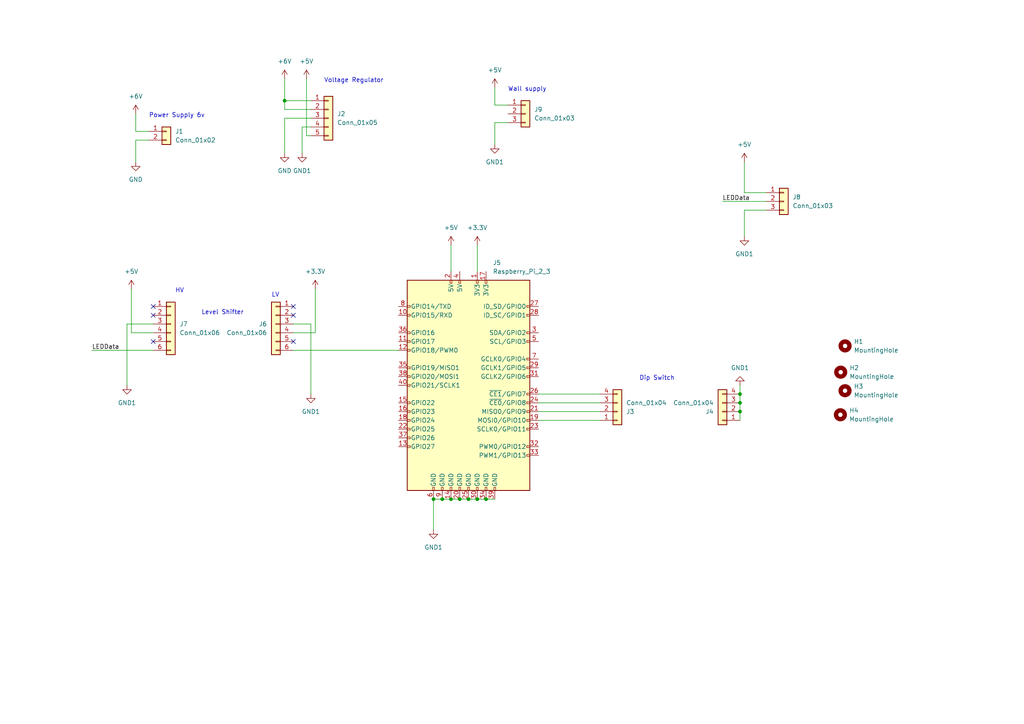
<source format=kicad_sch>
(kicad_sch (version 20230121) (generator eeschema)

  (uuid 93c39615-7248-4cd3-ae09-7251fbc9d47f)

  (paper "A4")

  (lib_symbols
    (symbol "Connector:Raspberry_Pi_2_3" (pin_names (offset 1.016)) (in_bom yes) (on_board yes)
      (property "Reference" "J" (at -17.78 31.75 0)
        (effects (font (size 1.27 1.27)) (justify left bottom))
      )
      (property "Value" "Raspberry_Pi_2_3" (at 10.16 -31.75 0)
        (effects (font (size 1.27 1.27)) (justify left top))
      )
      (property "Footprint" "" (at 0 0 0)
        (effects (font (size 1.27 1.27)) hide)
      )
      (property "Datasheet" "https://www.raspberrypi.org/documentation/hardware/raspberrypi/schematics/rpi_SCH_3bplus_1p0_reduced.pdf" (at 0 0 0)
        (effects (font (size 1.27 1.27)) hide)
      )
      (property "ki_keywords" "raspberrypi gpio" (at 0 0 0)
        (effects (font (size 1.27 1.27)) hide)
      )
      (property "ki_description" "expansion header for Raspberry Pi 2 & 3" (at 0 0 0)
        (effects (font (size 1.27 1.27)) hide)
      )
      (property "ki_fp_filters" "PinHeader*2x20*P2.54mm*Vertical* PinSocket*2x20*P2.54mm*Vertical*" (at 0 0 0)
        (effects (font (size 1.27 1.27)) hide)
      )
      (symbol "Raspberry_Pi_2_3_0_1"
        (rectangle (start -17.78 30.48) (end 17.78 -30.48)
          (stroke (width 0.254) (type default))
          (fill (type background))
        )
      )
      (symbol "Raspberry_Pi_2_3_1_1"
        (rectangle (start -16.891 -17.526) (end -17.78 -18.034)
          (stroke (width 0) (type default))
          (fill (type none))
        )
        (rectangle (start -16.891 -14.986) (end -17.78 -15.494)
          (stroke (width 0) (type default))
          (fill (type none))
        )
        (rectangle (start -16.891 -12.446) (end -17.78 -12.954)
          (stroke (width 0) (type default))
          (fill (type none))
        )
        (rectangle (start -16.891 -9.906) (end -17.78 -10.414)
          (stroke (width 0) (type default))
          (fill (type none))
        )
        (rectangle (start -16.891 -7.366) (end -17.78 -7.874)
          (stroke (width 0) (type default))
          (fill (type none))
        )
        (rectangle (start -16.891 -4.826) (end -17.78 -5.334)
          (stroke (width 0) (type default))
          (fill (type none))
        )
        (rectangle (start -16.891 0.254) (end -17.78 -0.254)
          (stroke (width 0) (type default))
          (fill (type none))
        )
        (rectangle (start -16.891 2.794) (end -17.78 2.286)
          (stroke (width 0) (type default))
          (fill (type none))
        )
        (rectangle (start -16.891 5.334) (end -17.78 4.826)
          (stroke (width 0) (type default))
          (fill (type none))
        )
        (rectangle (start -16.891 10.414) (end -17.78 9.906)
          (stroke (width 0) (type default))
          (fill (type none))
        )
        (rectangle (start -16.891 12.954) (end -17.78 12.446)
          (stroke (width 0) (type default))
          (fill (type none))
        )
        (rectangle (start -16.891 15.494) (end -17.78 14.986)
          (stroke (width 0) (type default))
          (fill (type none))
        )
        (rectangle (start -16.891 20.574) (end -17.78 20.066)
          (stroke (width 0) (type default))
          (fill (type none))
        )
        (rectangle (start -16.891 23.114) (end -17.78 22.606)
          (stroke (width 0) (type default))
          (fill (type none))
        )
        (rectangle (start -10.414 -29.591) (end -9.906 -30.48)
          (stroke (width 0) (type default))
          (fill (type none))
        )
        (rectangle (start -7.874 -29.591) (end -7.366 -30.48)
          (stroke (width 0) (type default))
          (fill (type none))
        )
        (rectangle (start -5.334 -29.591) (end -4.826 -30.48)
          (stroke (width 0) (type default))
          (fill (type none))
        )
        (rectangle (start -5.334 30.48) (end -4.826 29.591)
          (stroke (width 0) (type default))
          (fill (type none))
        )
        (rectangle (start -2.794 -29.591) (end -2.286 -30.48)
          (stroke (width 0) (type default))
          (fill (type none))
        )
        (rectangle (start -2.794 30.48) (end -2.286 29.591)
          (stroke (width 0) (type default))
          (fill (type none))
        )
        (rectangle (start -0.254 -29.591) (end 0.254 -30.48)
          (stroke (width 0) (type default))
          (fill (type none))
        )
        (rectangle (start 2.286 -29.591) (end 2.794 -30.48)
          (stroke (width 0) (type default))
          (fill (type none))
        )
        (rectangle (start 2.286 30.48) (end 2.794 29.591)
          (stroke (width 0) (type default))
          (fill (type none))
        )
        (rectangle (start 4.826 -29.591) (end 5.334 -30.48)
          (stroke (width 0) (type default))
          (fill (type none))
        )
        (rectangle (start 4.826 30.48) (end 5.334 29.591)
          (stroke (width 0) (type default))
          (fill (type none))
        )
        (rectangle (start 7.366 -29.591) (end 7.874 -30.48)
          (stroke (width 0) (type default))
          (fill (type none))
        )
        (rectangle (start 17.78 -20.066) (end 16.891 -20.574)
          (stroke (width 0) (type default))
          (fill (type none))
        )
        (rectangle (start 17.78 -17.526) (end 16.891 -18.034)
          (stroke (width 0) (type default))
          (fill (type none))
        )
        (rectangle (start 17.78 -12.446) (end 16.891 -12.954)
          (stroke (width 0) (type default))
          (fill (type none))
        )
        (rectangle (start 17.78 -9.906) (end 16.891 -10.414)
          (stroke (width 0) (type default))
          (fill (type none))
        )
        (rectangle (start 17.78 -7.366) (end 16.891 -7.874)
          (stroke (width 0) (type default))
          (fill (type none))
        )
        (rectangle (start 17.78 -4.826) (end 16.891 -5.334)
          (stroke (width 0) (type default))
          (fill (type none))
        )
        (rectangle (start 17.78 -2.286) (end 16.891 -2.794)
          (stroke (width 0) (type default))
          (fill (type none))
        )
        (rectangle (start 17.78 2.794) (end 16.891 2.286)
          (stroke (width 0) (type default))
          (fill (type none))
        )
        (rectangle (start 17.78 5.334) (end 16.891 4.826)
          (stroke (width 0) (type default))
          (fill (type none))
        )
        (rectangle (start 17.78 7.874) (end 16.891 7.366)
          (stroke (width 0) (type default))
          (fill (type none))
        )
        (rectangle (start 17.78 12.954) (end 16.891 12.446)
          (stroke (width 0) (type default))
          (fill (type none))
        )
        (rectangle (start 17.78 15.494) (end 16.891 14.986)
          (stroke (width 0) (type default))
          (fill (type none))
        )
        (rectangle (start 17.78 20.574) (end 16.891 20.066)
          (stroke (width 0) (type default))
          (fill (type none))
        )
        (rectangle (start 17.78 23.114) (end 16.891 22.606)
          (stroke (width 0) (type default))
          (fill (type none))
        )
        (pin power_in line (at 2.54 33.02 270) (length 2.54)
          (name "3V3" (effects (font (size 1.27 1.27))))
          (number "1" (effects (font (size 1.27 1.27))))
        )
        (pin bidirectional line (at -20.32 20.32 0) (length 2.54)
          (name "GPIO15/RXD" (effects (font (size 1.27 1.27))))
          (number "10" (effects (font (size 1.27 1.27))))
        )
        (pin bidirectional line (at -20.32 12.7 0) (length 2.54)
          (name "GPIO17" (effects (font (size 1.27 1.27))))
          (number "11" (effects (font (size 1.27 1.27))))
        )
        (pin bidirectional line (at -20.32 10.16 0) (length 2.54)
          (name "GPIO18/PWM0" (effects (font (size 1.27 1.27))))
          (number "12" (effects (font (size 1.27 1.27))))
        )
        (pin bidirectional line (at -20.32 -17.78 0) (length 2.54)
          (name "GPIO27" (effects (font (size 1.27 1.27))))
          (number "13" (effects (font (size 1.27 1.27))))
        )
        (pin power_in line (at -5.08 -33.02 90) (length 2.54)
          (name "GND" (effects (font (size 1.27 1.27))))
          (number "14" (effects (font (size 1.27 1.27))))
        )
        (pin bidirectional line (at -20.32 -5.08 0) (length 2.54)
          (name "GPIO22" (effects (font (size 1.27 1.27))))
          (number "15" (effects (font (size 1.27 1.27))))
        )
        (pin bidirectional line (at -20.32 -7.62 0) (length 2.54)
          (name "GPIO23" (effects (font (size 1.27 1.27))))
          (number "16" (effects (font (size 1.27 1.27))))
        )
        (pin power_in line (at 5.08 33.02 270) (length 2.54)
          (name "3V3" (effects (font (size 1.27 1.27))))
          (number "17" (effects (font (size 1.27 1.27))))
        )
        (pin bidirectional line (at -20.32 -10.16 0) (length 2.54)
          (name "GPIO24" (effects (font (size 1.27 1.27))))
          (number "18" (effects (font (size 1.27 1.27))))
        )
        (pin bidirectional line (at 20.32 -10.16 180) (length 2.54)
          (name "MOSI0/GPIO10" (effects (font (size 1.27 1.27))))
          (number "19" (effects (font (size 1.27 1.27))))
        )
        (pin power_in line (at -5.08 33.02 270) (length 2.54)
          (name "5V" (effects (font (size 1.27 1.27))))
          (number "2" (effects (font (size 1.27 1.27))))
        )
        (pin power_in line (at -2.54 -33.02 90) (length 2.54)
          (name "GND" (effects (font (size 1.27 1.27))))
          (number "20" (effects (font (size 1.27 1.27))))
        )
        (pin bidirectional line (at 20.32 -7.62 180) (length 2.54)
          (name "MISO0/GPIO9" (effects (font (size 1.27 1.27))))
          (number "21" (effects (font (size 1.27 1.27))))
        )
        (pin bidirectional line (at -20.32 -12.7 0) (length 2.54)
          (name "GPIO25" (effects (font (size 1.27 1.27))))
          (number "22" (effects (font (size 1.27 1.27))))
        )
        (pin bidirectional line (at 20.32 -12.7 180) (length 2.54)
          (name "SCLK0/GPIO11" (effects (font (size 1.27 1.27))))
          (number "23" (effects (font (size 1.27 1.27))))
        )
        (pin bidirectional line (at 20.32 -5.08 180) (length 2.54)
          (name "~{CE0}/GPIO8" (effects (font (size 1.27 1.27))))
          (number "24" (effects (font (size 1.27 1.27))))
        )
        (pin power_in line (at 0 -33.02 90) (length 2.54)
          (name "GND" (effects (font (size 1.27 1.27))))
          (number "25" (effects (font (size 1.27 1.27))))
        )
        (pin bidirectional line (at 20.32 -2.54 180) (length 2.54)
          (name "~{CE1}/GPIO7" (effects (font (size 1.27 1.27))))
          (number "26" (effects (font (size 1.27 1.27))))
        )
        (pin bidirectional line (at 20.32 22.86 180) (length 2.54)
          (name "ID_SD/GPIO0" (effects (font (size 1.27 1.27))))
          (number "27" (effects (font (size 1.27 1.27))))
        )
        (pin bidirectional line (at 20.32 20.32 180) (length 2.54)
          (name "ID_SC/GPIO1" (effects (font (size 1.27 1.27))))
          (number "28" (effects (font (size 1.27 1.27))))
        )
        (pin bidirectional line (at 20.32 5.08 180) (length 2.54)
          (name "GCLK1/GPIO5" (effects (font (size 1.27 1.27))))
          (number "29" (effects (font (size 1.27 1.27))))
        )
        (pin bidirectional line (at 20.32 15.24 180) (length 2.54)
          (name "SDA/GPIO2" (effects (font (size 1.27 1.27))))
          (number "3" (effects (font (size 1.27 1.27))))
        )
        (pin power_in line (at 2.54 -33.02 90) (length 2.54)
          (name "GND" (effects (font (size 1.27 1.27))))
          (number "30" (effects (font (size 1.27 1.27))))
        )
        (pin bidirectional line (at 20.32 2.54 180) (length 2.54)
          (name "GCLK2/GPIO6" (effects (font (size 1.27 1.27))))
          (number "31" (effects (font (size 1.27 1.27))))
        )
        (pin bidirectional line (at 20.32 -17.78 180) (length 2.54)
          (name "PWM0/GPIO12" (effects (font (size 1.27 1.27))))
          (number "32" (effects (font (size 1.27 1.27))))
        )
        (pin bidirectional line (at 20.32 -20.32 180) (length 2.54)
          (name "PWM1/GPIO13" (effects (font (size 1.27 1.27))))
          (number "33" (effects (font (size 1.27 1.27))))
        )
        (pin power_in line (at 5.08 -33.02 90) (length 2.54)
          (name "GND" (effects (font (size 1.27 1.27))))
          (number "34" (effects (font (size 1.27 1.27))))
        )
        (pin bidirectional line (at -20.32 5.08 0) (length 2.54)
          (name "GPIO19/MISO1" (effects (font (size 1.27 1.27))))
          (number "35" (effects (font (size 1.27 1.27))))
        )
        (pin bidirectional line (at -20.32 15.24 0) (length 2.54)
          (name "GPIO16" (effects (font (size 1.27 1.27))))
          (number "36" (effects (font (size 1.27 1.27))))
        )
        (pin bidirectional line (at -20.32 -15.24 0) (length 2.54)
          (name "GPIO26" (effects (font (size 1.27 1.27))))
          (number "37" (effects (font (size 1.27 1.27))))
        )
        (pin bidirectional line (at -20.32 2.54 0) (length 2.54)
          (name "GPIO20/MOSI1" (effects (font (size 1.27 1.27))))
          (number "38" (effects (font (size 1.27 1.27))))
        )
        (pin power_in line (at 7.62 -33.02 90) (length 2.54)
          (name "GND" (effects (font (size 1.27 1.27))))
          (number "39" (effects (font (size 1.27 1.27))))
        )
        (pin power_in line (at -2.54 33.02 270) (length 2.54)
          (name "5V" (effects (font (size 1.27 1.27))))
          (number "4" (effects (font (size 1.27 1.27))))
        )
        (pin bidirectional line (at -20.32 0 0) (length 2.54)
          (name "GPIO21/SCLK1" (effects (font (size 1.27 1.27))))
          (number "40" (effects (font (size 1.27 1.27))))
        )
        (pin bidirectional line (at 20.32 12.7 180) (length 2.54)
          (name "SCL/GPIO3" (effects (font (size 1.27 1.27))))
          (number "5" (effects (font (size 1.27 1.27))))
        )
        (pin power_in line (at -10.16 -33.02 90) (length 2.54)
          (name "GND" (effects (font (size 1.27 1.27))))
          (number "6" (effects (font (size 1.27 1.27))))
        )
        (pin bidirectional line (at 20.32 7.62 180) (length 2.54)
          (name "GCLK0/GPIO4" (effects (font (size 1.27 1.27))))
          (number "7" (effects (font (size 1.27 1.27))))
        )
        (pin bidirectional line (at -20.32 22.86 0) (length 2.54)
          (name "GPIO14/TXD" (effects (font (size 1.27 1.27))))
          (number "8" (effects (font (size 1.27 1.27))))
        )
        (pin power_in line (at -7.62 -33.02 90) (length 2.54)
          (name "GND" (effects (font (size 1.27 1.27))))
          (number "9" (effects (font (size 1.27 1.27))))
        )
      )
    )
    (symbol "Connector_Generic:Conn_01x02" (pin_names (offset 1.016) hide) (in_bom yes) (on_board yes)
      (property "Reference" "J" (at 0 2.54 0)
        (effects (font (size 1.27 1.27)))
      )
      (property "Value" "Conn_01x02" (at 0 -5.08 0)
        (effects (font (size 1.27 1.27)))
      )
      (property "Footprint" "" (at 0 0 0)
        (effects (font (size 1.27 1.27)) hide)
      )
      (property "Datasheet" "~" (at 0 0 0)
        (effects (font (size 1.27 1.27)) hide)
      )
      (property "ki_keywords" "connector" (at 0 0 0)
        (effects (font (size 1.27 1.27)) hide)
      )
      (property "ki_description" "Generic connector, single row, 01x02, script generated (kicad-library-utils/schlib/autogen/connector/)" (at 0 0 0)
        (effects (font (size 1.27 1.27)) hide)
      )
      (property "ki_fp_filters" "Connector*:*_1x??_*" (at 0 0 0)
        (effects (font (size 1.27 1.27)) hide)
      )
      (symbol "Conn_01x02_1_1"
        (rectangle (start -1.27 -2.413) (end 0 -2.667)
          (stroke (width 0.1524) (type default))
          (fill (type none))
        )
        (rectangle (start -1.27 0.127) (end 0 -0.127)
          (stroke (width 0.1524) (type default))
          (fill (type none))
        )
        (rectangle (start -1.27 1.27) (end 1.27 -3.81)
          (stroke (width 0.254) (type default))
          (fill (type background))
        )
        (pin passive line (at -5.08 0 0) (length 3.81)
          (name "Pin_1" (effects (font (size 1.27 1.27))))
          (number "1" (effects (font (size 1.27 1.27))))
        )
        (pin passive line (at -5.08 -2.54 0) (length 3.81)
          (name "Pin_2" (effects (font (size 1.27 1.27))))
          (number "2" (effects (font (size 1.27 1.27))))
        )
      )
    )
    (symbol "Connector_Generic:Conn_01x03" (pin_names (offset 1.016) hide) (in_bom yes) (on_board yes)
      (property "Reference" "J" (at 0 5.08 0)
        (effects (font (size 1.27 1.27)))
      )
      (property "Value" "Conn_01x03" (at 0 -5.08 0)
        (effects (font (size 1.27 1.27)))
      )
      (property "Footprint" "" (at 0 0 0)
        (effects (font (size 1.27 1.27)) hide)
      )
      (property "Datasheet" "~" (at 0 0 0)
        (effects (font (size 1.27 1.27)) hide)
      )
      (property "ki_keywords" "connector" (at 0 0 0)
        (effects (font (size 1.27 1.27)) hide)
      )
      (property "ki_description" "Generic connector, single row, 01x03, script generated (kicad-library-utils/schlib/autogen/connector/)" (at 0 0 0)
        (effects (font (size 1.27 1.27)) hide)
      )
      (property "ki_fp_filters" "Connector*:*_1x??_*" (at 0 0 0)
        (effects (font (size 1.27 1.27)) hide)
      )
      (symbol "Conn_01x03_1_1"
        (rectangle (start -1.27 -2.413) (end 0 -2.667)
          (stroke (width 0.1524) (type default))
          (fill (type none))
        )
        (rectangle (start -1.27 0.127) (end 0 -0.127)
          (stroke (width 0.1524) (type default))
          (fill (type none))
        )
        (rectangle (start -1.27 2.667) (end 0 2.413)
          (stroke (width 0.1524) (type default))
          (fill (type none))
        )
        (rectangle (start -1.27 3.81) (end 1.27 -3.81)
          (stroke (width 0.254) (type default))
          (fill (type background))
        )
        (pin passive line (at -5.08 2.54 0) (length 3.81)
          (name "Pin_1" (effects (font (size 1.27 1.27))))
          (number "1" (effects (font (size 1.27 1.27))))
        )
        (pin passive line (at -5.08 0 0) (length 3.81)
          (name "Pin_2" (effects (font (size 1.27 1.27))))
          (number "2" (effects (font (size 1.27 1.27))))
        )
        (pin passive line (at -5.08 -2.54 0) (length 3.81)
          (name "Pin_3" (effects (font (size 1.27 1.27))))
          (number "3" (effects (font (size 1.27 1.27))))
        )
      )
    )
    (symbol "Connector_Generic:Conn_01x04" (pin_names (offset 1.016) hide) (in_bom yes) (on_board yes)
      (property "Reference" "J" (at 0 5.08 0)
        (effects (font (size 1.27 1.27)))
      )
      (property "Value" "Conn_01x04" (at 0 -7.62 0)
        (effects (font (size 1.27 1.27)))
      )
      (property "Footprint" "" (at 0 0 0)
        (effects (font (size 1.27 1.27)) hide)
      )
      (property "Datasheet" "~" (at 0 0 0)
        (effects (font (size 1.27 1.27)) hide)
      )
      (property "ki_keywords" "connector" (at 0 0 0)
        (effects (font (size 1.27 1.27)) hide)
      )
      (property "ki_description" "Generic connector, single row, 01x04, script generated (kicad-library-utils/schlib/autogen/connector/)" (at 0 0 0)
        (effects (font (size 1.27 1.27)) hide)
      )
      (property "ki_fp_filters" "Connector*:*_1x??_*" (at 0 0 0)
        (effects (font (size 1.27 1.27)) hide)
      )
      (symbol "Conn_01x04_1_1"
        (rectangle (start -1.27 -4.953) (end 0 -5.207)
          (stroke (width 0.1524) (type default))
          (fill (type none))
        )
        (rectangle (start -1.27 -2.413) (end 0 -2.667)
          (stroke (width 0.1524) (type default))
          (fill (type none))
        )
        (rectangle (start -1.27 0.127) (end 0 -0.127)
          (stroke (width 0.1524) (type default))
          (fill (type none))
        )
        (rectangle (start -1.27 2.667) (end 0 2.413)
          (stroke (width 0.1524) (type default))
          (fill (type none))
        )
        (rectangle (start -1.27 3.81) (end 1.27 -6.35)
          (stroke (width 0.254) (type default))
          (fill (type background))
        )
        (pin passive line (at -5.08 2.54 0) (length 3.81)
          (name "Pin_1" (effects (font (size 1.27 1.27))))
          (number "1" (effects (font (size 1.27 1.27))))
        )
        (pin passive line (at -5.08 0 0) (length 3.81)
          (name "Pin_2" (effects (font (size 1.27 1.27))))
          (number "2" (effects (font (size 1.27 1.27))))
        )
        (pin passive line (at -5.08 -2.54 0) (length 3.81)
          (name "Pin_3" (effects (font (size 1.27 1.27))))
          (number "3" (effects (font (size 1.27 1.27))))
        )
        (pin passive line (at -5.08 -5.08 0) (length 3.81)
          (name "Pin_4" (effects (font (size 1.27 1.27))))
          (number "4" (effects (font (size 1.27 1.27))))
        )
      )
    )
    (symbol "Connector_Generic:Conn_01x05" (pin_names (offset 1.016) hide) (in_bom yes) (on_board yes)
      (property "Reference" "J" (at 0 7.62 0)
        (effects (font (size 1.27 1.27)))
      )
      (property "Value" "Conn_01x05" (at 0 -7.62 0)
        (effects (font (size 1.27 1.27)))
      )
      (property "Footprint" "" (at 0 0 0)
        (effects (font (size 1.27 1.27)) hide)
      )
      (property "Datasheet" "~" (at 0 0 0)
        (effects (font (size 1.27 1.27)) hide)
      )
      (property "ki_keywords" "connector" (at 0 0 0)
        (effects (font (size 1.27 1.27)) hide)
      )
      (property "ki_description" "Generic connector, single row, 01x05, script generated (kicad-library-utils/schlib/autogen/connector/)" (at 0 0 0)
        (effects (font (size 1.27 1.27)) hide)
      )
      (property "ki_fp_filters" "Connector*:*_1x??_*" (at 0 0 0)
        (effects (font (size 1.27 1.27)) hide)
      )
      (symbol "Conn_01x05_1_1"
        (rectangle (start -1.27 -4.953) (end 0 -5.207)
          (stroke (width 0.1524) (type default))
          (fill (type none))
        )
        (rectangle (start -1.27 -2.413) (end 0 -2.667)
          (stroke (width 0.1524) (type default))
          (fill (type none))
        )
        (rectangle (start -1.27 0.127) (end 0 -0.127)
          (stroke (width 0.1524) (type default))
          (fill (type none))
        )
        (rectangle (start -1.27 2.667) (end 0 2.413)
          (stroke (width 0.1524) (type default))
          (fill (type none))
        )
        (rectangle (start -1.27 5.207) (end 0 4.953)
          (stroke (width 0.1524) (type default))
          (fill (type none))
        )
        (rectangle (start -1.27 6.35) (end 1.27 -6.35)
          (stroke (width 0.254) (type default))
          (fill (type background))
        )
        (pin passive line (at -5.08 5.08 0) (length 3.81)
          (name "Pin_1" (effects (font (size 1.27 1.27))))
          (number "1" (effects (font (size 1.27 1.27))))
        )
        (pin passive line (at -5.08 2.54 0) (length 3.81)
          (name "Pin_2" (effects (font (size 1.27 1.27))))
          (number "2" (effects (font (size 1.27 1.27))))
        )
        (pin passive line (at -5.08 0 0) (length 3.81)
          (name "Pin_3" (effects (font (size 1.27 1.27))))
          (number "3" (effects (font (size 1.27 1.27))))
        )
        (pin passive line (at -5.08 -2.54 0) (length 3.81)
          (name "Pin_4" (effects (font (size 1.27 1.27))))
          (number "4" (effects (font (size 1.27 1.27))))
        )
        (pin passive line (at -5.08 -5.08 0) (length 3.81)
          (name "Pin_5" (effects (font (size 1.27 1.27))))
          (number "5" (effects (font (size 1.27 1.27))))
        )
      )
    )
    (symbol "Connector_Generic:Conn_01x06" (pin_names (offset 1.016) hide) (in_bom yes) (on_board yes)
      (property "Reference" "J" (at 0 7.62 0)
        (effects (font (size 1.27 1.27)))
      )
      (property "Value" "Conn_01x06" (at 0 -10.16 0)
        (effects (font (size 1.27 1.27)))
      )
      (property "Footprint" "" (at 0 0 0)
        (effects (font (size 1.27 1.27)) hide)
      )
      (property "Datasheet" "~" (at 0 0 0)
        (effects (font (size 1.27 1.27)) hide)
      )
      (property "ki_keywords" "connector" (at 0 0 0)
        (effects (font (size 1.27 1.27)) hide)
      )
      (property "ki_description" "Generic connector, single row, 01x06, script generated (kicad-library-utils/schlib/autogen/connector/)" (at 0 0 0)
        (effects (font (size 1.27 1.27)) hide)
      )
      (property "ki_fp_filters" "Connector*:*_1x??_*" (at 0 0 0)
        (effects (font (size 1.27 1.27)) hide)
      )
      (symbol "Conn_01x06_1_1"
        (rectangle (start -1.27 -7.493) (end 0 -7.747)
          (stroke (width 0.1524) (type default))
          (fill (type none))
        )
        (rectangle (start -1.27 -4.953) (end 0 -5.207)
          (stroke (width 0.1524) (type default))
          (fill (type none))
        )
        (rectangle (start -1.27 -2.413) (end 0 -2.667)
          (stroke (width 0.1524) (type default))
          (fill (type none))
        )
        (rectangle (start -1.27 0.127) (end 0 -0.127)
          (stroke (width 0.1524) (type default))
          (fill (type none))
        )
        (rectangle (start -1.27 2.667) (end 0 2.413)
          (stroke (width 0.1524) (type default))
          (fill (type none))
        )
        (rectangle (start -1.27 5.207) (end 0 4.953)
          (stroke (width 0.1524) (type default))
          (fill (type none))
        )
        (rectangle (start -1.27 6.35) (end 1.27 -8.89)
          (stroke (width 0.254) (type default))
          (fill (type background))
        )
        (pin passive line (at -5.08 5.08 0) (length 3.81)
          (name "Pin_1" (effects (font (size 1.27 1.27))))
          (number "1" (effects (font (size 1.27 1.27))))
        )
        (pin passive line (at -5.08 2.54 0) (length 3.81)
          (name "Pin_2" (effects (font (size 1.27 1.27))))
          (number "2" (effects (font (size 1.27 1.27))))
        )
        (pin passive line (at -5.08 0 0) (length 3.81)
          (name "Pin_3" (effects (font (size 1.27 1.27))))
          (number "3" (effects (font (size 1.27 1.27))))
        )
        (pin passive line (at -5.08 -2.54 0) (length 3.81)
          (name "Pin_4" (effects (font (size 1.27 1.27))))
          (number "4" (effects (font (size 1.27 1.27))))
        )
        (pin passive line (at -5.08 -5.08 0) (length 3.81)
          (name "Pin_5" (effects (font (size 1.27 1.27))))
          (number "5" (effects (font (size 1.27 1.27))))
        )
        (pin passive line (at -5.08 -7.62 0) (length 3.81)
          (name "Pin_6" (effects (font (size 1.27 1.27))))
          (number "6" (effects (font (size 1.27 1.27))))
        )
      )
    )
    (symbol "Mechanical:MountingHole" (pin_names (offset 1.016)) (in_bom yes) (on_board yes)
      (property "Reference" "H" (at 0 5.08 0)
        (effects (font (size 1.27 1.27)))
      )
      (property "Value" "MountingHole" (at 0 3.175 0)
        (effects (font (size 1.27 1.27)))
      )
      (property "Footprint" "" (at 0 0 0)
        (effects (font (size 1.27 1.27)) hide)
      )
      (property "Datasheet" "~" (at 0 0 0)
        (effects (font (size 1.27 1.27)) hide)
      )
      (property "ki_keywords" "mounting hole" (at 0 0 0)
        (effects (font (size 1.27 1.27)) hide)
      )
      (property "ki_description" "Mounting Hole without connection" (at 0 0 0)
        (effects (font (size 1.27 1.27)) hide)
      )
      (property "ki_fp_filters" "MountingHole*" (at 0 0 0)
        (effects (font (size 1.27 1.27)) hide)
      )
      (symbol "MountingHole_0_1"
        (circle (center 0 0) (radius 1.27)
          (stroke (width 1.27) (type default))
          (fill (type none))
        )
      )
    )
    (symbol "power:+3.3V" (power) (pin_names (offset 0)) (in_bom yes) (on_board yes)
      (property "Reference" "#PWR" (at 0 -3.81 0)
        (effects (font (size 1.27 1.27)) hide)
      )
      (property "Value" "+3.3V" (at 0 3.556 0)
        (effects (font (size 1.27 1.27)))
      )
      (property "Footprint" "" (at 0 0 0)
        (effects (font (size 1.27 1.27)) hide)
      )
      (property "Datasheet" "" (at 0 0 0)
        (effects (font (size 1.27 1.27)) hide)
      )
      (property "ki_keywords" "global power" (at 0 0 0)
        (effects (font (size 1.27 1.27)) hide)
      )
      (property "ki_description" "Power symbol creates a global label with name \"+3.3V\"" (at 0 0 0)
        (effects (font (size 1.27 1.27)) hide)
      )
      (symbol "+3.3V_0_1"
        (polyline
          (pts
            (xy -0.762 1.27)
            (xy 0 2.54)
          )
          (stroke (width 0) (type default))
          (fill (type none))
        )
        (polyline
          (pts
            (xy 0 0)
            (xy 0 2.54)
          )
          (stroke (width 0) (type default))
          (fill (type none))
        )
        (polyline
          (pts
            (xy 0 2.54)
            (xy 0.762 1.27)
          )
          (stroke (width 0) (type default))
          (fill (type none))
        )
      )
      (symbol "+3.3V_1_1"
        (pin power_in line (at 0 0 90) (length 0) hide
          (name "+3.3V" (effects (font (size 1.27 1.27))))
          (number "1" (effects (font (size 1.27 1.27))))
        )
      )
    )
    (symbol "power:+5V" (power) (pin_names (offset 0)) (in_bom yes) (on_board yes)
      (property "Reference" "#PWR" (at 0 -3.81 0)
        (effects (font (size 1.27 1.27)) hide)
      )
      (property "Value" "+5V" (at 0 3.556 0)
        (effects (font (size 1.27 1.27)))
      )
      (property "Footprint" "" (at 0 0 0)
        (effects (font (size 1.27 1.27)) hide)
      )
      (property "Datasheet" "" (at 0 0 0)
        (effects (font (size 1.27 1.27)) hide)
      )
      (property "ki_keywords" "global power" (at 0 0 0)
        (effects (font (size 1.27 1.27)) hide)
      )
      (property "ki_description" "Power symbol creates a global label with name \"+5V\"" (at 0 0 0)
        (effects (font (size 1.27 1.27)) hide)
      )
      (symbol "+5V_0_1"
        (polyline
          (pts
            (xy -0.762 1.27)
            (xy 0 2.54)
          )
          (stroke (width 0) (type default))
          (fill (type none))
        )
        (polyline
          (pts
            (xy 0 0)
            (xy 0 2.54)
          )
          (stroke (width 0) (type default))
          (fill (type none))
        )
        (polyline
          (pts
            (xy 0 2.54)
            (xy 0.762 1.27)
          )
          (stroke (width 0) (type default))
          (fill (type none))
        )
      )
      (symbol "+5V_1_1"
        (pin power_in line (at 0 0 90) (length 0) hide
          (name "+5V" (effects (font (size 1.27 1.27))))
          (number "1" (effects (font (size 1.27 1.27))))
        )
      )
    )
    (symbol "power:+6V" (power) (pin_names (offset 0)) (in_bom yes) (on_board yes)
      (property "Reference" "#PWR" (at 0 -3.81 0)
        (effects (font (size 1.27 1.27)) hide)
      )
      (property "Value" "+6V" (at 0 3.556 0)
        (effects (font (size 1.27 1.27)))
      )
      (property "Footprint" "" (at 0 0 0)
        (effects (font (size 1.27 1.27)) hide)
      )
      (property "Datasheet" "" (at 0 0 0)
        (effects (font (size 1.27 1.27)) hide)
      )
      (property "ki_keywords" "global power" (at 0 0 0)
        (effects (font (size 1.27 1.27)) hide)
      )
      (property "ki_description" "Power symbol creates a global label with name \"+6V\"" (at 0 0 0)
        (effects (font (size 1.27 1.27)) hide)
      )
      (symbol "+6V_0_1"
        (polyline
          (pts
            (xy -0.762 1.27)
            (xy 0 2.54)
          )
          (stroke (width 0) (type default))
          (fill (type none))
        )
        (polyline
          (pts
            (xy 0 0)
            (xy 0 2.54)
          )
          (stroke (width 0) (type default))
          (fill (type none))
        )
        (polyline
          (pts
            (xy 0 2.54)
            (xy 0.762 1.27)
          )
          (stroke (width 0) (type default))
          (fill (type none))
        )
      )
      (symbol "+6V_1_1"
        (pin power_in line (at 0 0 90) (length 0) hide
          (name "+6V" (effects (font (size 1.27 1.27))))
          (number "1" (effects (font (size 1.27 1.27))))
        )
      )
    )
    (symbol "power:GND" (power) (pin_names (offset 0)) (in_bom yes) (on_board yes)
      (property "Reference" "#PWR" (at 0 -6.35 0)
        (effects (font (size 1.27 1.27)) hide)
      )
      (property "Value" "GND" (at 0 -3.81 0)
        (effects (font (size 1.27 1.27)))
      )
      (property "Footprint" "" (at 0 0 0)
        (effects (font (size 1.27 1.27)) hide)
      )
      (property "Datasheet" "" (at 0 0 0)
        (effects (font (size 1.27 1.27)) hide)
      )
      (property "ki_keywords" "global power" (at 0 0 0)
        (effects (font (size 1.27 1.27)) hide)
      )
      (property "ki_description" "Power symbol creates a global label with name \"GND\" , ground" (at 0 0 0)
        (effects (font (size 1.27 1.27)) hide)
      )
      (symbol "GND_0_1"
        (polyline
          (pts
            (xy 0 0)
            (xy 0 -1.27)
            (xy 1.27 -1.27)
            (xy 0 -2.54)
            (xy -1.27 -1.27)
            (xy 0 -1.27)
          )
          (stroke (width 0) (type default))
          (fill (type none))
        )
      )
      (symbol "GND_1_1"
        (pin power_in line (at 0 0 270) (length 0) hide
          (name "GND" (effects (font (size 1.27 1.27))))
          (number "1" (effects (font (size 1.27 1.27))))
        )
      )
    )
    (symbol "power:GND1" (power) (pin_names (offset 0)) (in_bom yes) (on_board yes)
      (property "Reference" "#PWR" (at 0 -6.35 0)
        (effects (font (size 1.27 1.27)) hide)
      )
      (property "Value" "GND1" (at 0 -3.81 0)
        (effects (font (size 1.27 1.27)))
      )
      (property "Footprint" "" (at 0 0 0)
        (effects (font (size 1.27 1.27)) hide)
      )
      (property "Datasheet" "" (at 0 0 0)
        (effects (font (size 1.27 1.27)) hide)
      )
      (property "ki_keywords" "global power" (at 0 0 0)
        (effects (font (size 1.27 1.27)) hide)
      )
      (property "ki_description" "Power symbol creates a global label with name \"GND1\" , ground" (at 0 0 0)
        (effects (font (size 1.27 1.27)) hide)
      )
      (symbol "GND1_0_1"
        (polyline
          (pts
            (xy 0 0)
            (xy 0 -1.27)
            (xy 1.27 -1.27)
            (xy 0 -2.54)
            (xy -1.27 -1.27)
            (xy 0 -1.27)
          )
          (stroke (width 0) (type default))
          (fill (type none))
        )
      )
      (symbol "GND1_1_1"
        (pin power_in line (at 0 0 270) (length 0) hide
          (name "GND1" (effects (font (size 1.27 1.27))))
          (number "1" (effects (font (size 1.27 1.27))))
        )
      )
    )
  )

  (junction (at 140.97 144.78) (diameter 0) (color 0 0 0 0)
    (uuid 06e506fa-d6e8-4ad4-b71c-2e2cf776b2c5)
  )
  (junction (at 214.63 119.38) (diameter 0) (color 0 0 0 0)
    (uuid 33537ffb-b3dc-4497-ad09-cdcfa316cc35)
  )
  (junction (at 133.35 144.78) (diameter 0) (color 0 0 0 0)
    (uuid 518b7295-4a37-47fa-be35-9191ae7b0c83)
  )
  (junction (at 82.55 29.21) (diameter 0) (color 0 0 0 0)
    (uuid 51addacc-f6bb-49c2-8a95-c0357d26ebcb)
  )
  (junction (at 135.89 144.78) (diameter 0) (color 0 0 0 0)
    (uuid 53e2837b-5ebc-4971-a563-81de38f05009)
  )
  (junction (at 214.63 116.84) (diameter 0) (color 0 0 0 0)
    (uuid 9f2bf428-0d30-4848-b1cb-bfcb5cc16217)
  )
  (junction (at 138.43 144.78) (diameter 0) (color 0 0 0 0)
    (uuid b80b647b-e3cd-4a3d-95ee-d3a188908743)
  )
  (junction (at 130.81 144.78) (diameter 0) (color 0 0 0 0)
    (uuid be4339ce-e303-4ece-b56b-7ca5dd8e1d39)
  )
  (junction (at 214.63 114.3) (diameter 0) (color 0 0 0 0)
    (uuid f3fa7f42-d1b7-43d2-be21-d46f33de5a74)
  )
  (junction (at 128.27 144.78) (diameter 0) (color 0 0 0 0)
    (uuid faa52f2f-036f-49bf-be6a-fc94341f9f52)
  )
  (junction (at 125.73 144.78) (diameter 0) (color 0 0 0 0)
    (uuid fad4dd60-f858-49f5-8fb9-ef2faad42cb5)
  )

  (no_connect (at 85.09 88.9) (uuid 088d18b2-c059-4e1b-981c-7218abfff57b))
  (no_connect (at 44.45 99.06) (uuid 24d8b60c-785e-432a-ab48-24b6cac3ff83))
  (no_connect (at 85.09 91.44) (uuid 27a65ca6-22e3-4db6-8da7-807982b87294))
  (no_connect (at 44.45 91.44) (uuid 397be130-3806-4690-955c-fe01c1053680))
  (no_connect (at 44.45 88.9) (uuid 7a72ec4f-f096-4e13-a3b6-8ba3ac400ba8))
  (no_connect (at 85.09 99.06) (uuid d4440843-e3ba-4ab1-8585-ce42a7d2ae6b))

  (wire (pts (xy 26.67 101.6) (xy 44.45 101.6))
    (stroke (width 0) (type default))
    (uuid 0912d165-adcf-466f-97af-ab7b21b33bbe)
  )
  (wire (pts (xy 39.37 38.1) (xy 43.18 38.1))
    (stroke (width 0) (type default))
    (uuid 0bb28982-0493-4025-a546-9d929b583e0a)
  )
  (wire (pts (xy 214.63 116.84) (xy 214.63 119.38))
    (stroke (width 0) (type default))
    (uuid 0ce9b8cd-41d0-470a-8301-a63216ccb071)
  )
  (wire (pts (xy 214.63 111.76) (xy 214.63 114.3))
    (stroke (width 0) (type default))
    (uuid 0cf5eb63-9ce8-4395-b742-2c5e489ba7fc)
  )
  (wire (pts (xy 87.63 36.83) (xy 87.63 44.45))
    (stroke (width 0) (type default))
    (uuid 121a38b7-9d2d-4b20-a648-ff3d3a979b44)
  )
  (wire (pts (xy 90.17 34.29) (xy 82.55 34.29))
    (stroke (width 0) (type default))
    (uuid 16f423dd-30d9-434e-ba09-fd22c3e8be8c)
  )
  (wire (pts (xy 128.27 144.78) (xy 130.81 144.78))
    (stroke (width 0) (type default))
    (uuid 18802c5a-a8c7-4246-a7bf-c89c0f24e81f)
  )
  (wire (pts (xy 156.21 121.92) (xy 173.99 121.92))
    (stroke (width 0) (type default))
    (uuid 2b564f99-342d-4d2a-a56c-5ca624dd1176)
  )
  (wire (pts (xy 215.9 60.96) (xy 215.9 68.58))
    (stroke (width 0) (type default))
    (uuid 30448938-2820-4425-8691-48df59e322eb)
  )
  (wire (pts (xy 156.21 119.38) (xy 173.99 119.38))
    (stroke (width 0) (type default))
    (uuid 33844ebc-cd3a-4240-99ca-9b92712c5dc5)
  )
  (wire (pts (xy 214.63 114.3) (xy 214.63 116.84))
    (stroke (width 0) (type default))
    (uuid 41880551-189e-43e0-950e-b0554981d097)
  )
  (wire (pts (xy 156.21 114.3) (xy 173.99 114.3))
    (stroke (width 0) (type default))
    (uuid 4810fef0-05a7-45db-a721-03afc7b792bf)
  )
  (wire (pts (xy 90.17 93.98) (xy 85.09 93.98))
    (stroke (width 0) (type default))
    (uuid 4d1ab30b-3171-4b73-b23a-1b3a1c8f7bf8)
  )
  (wire (pts (xy 215.9 55.88) (xy 215.9 46.99))
    (stroke (width 0) (type default))
    (uuid 510d9a60-4d7d-4bb2-bc35-41c7a50ae669)
  )
  (wire (pts (xy 90.17 29.21) (xy 82.55 29.21))
    (stroke (width 0) (type default))
    (uuid 52a45d41-cea4-4483-9bf4-fe27bf9a53d3)
  )
  (wire (pts (xy 39.37 33.02) (xy 39.37 38.1))
    (stroke (width 0) (type default))
    (uuid 5a5420f5-c75e-48a3-95e9-2575a69742af)
  )
  (wire (pts (xy 214.63 119.38) (xy 214.63 121.92))
    (stroke (width 0) (type default))
    (uuid 5ceb18c8-c069-4f7d-abd2-d5a40f0e5de8)
  )
  (wire (pts (xy 82.55 29.21) (xy 82.55 31.75))
    (stroke (width 0) (type default))
    (uuid 6576542a-d2a6-4c43-b6c7-295ba59d1243)
  )
  (wire (pts (xy 125.73 144.78) (xy 125.73 153.67))
    (stroke (width 0) (type default))
    (uuid 6c3b81a2-f1c0-4680-820d-05c257c1c774)
  )
  (wire (pts (xy 143.51 35.56) (xy 143.51 41.91))
    (stroke (width 0) (type default))
    (uuid 6f2c38ba-7ce0-41ee-97fc-8584e6c3c536)
  )
  (wire (pts (xy 222.25 60.96) (xy 215.9 60.96))
    (stroke (width 0) (type default))
    (uuid 6ff28d83-a9da-4296-a637-7149d2cc1e9c)
  )
  (wire (pts (xy 143.51 30.48) (xy 147.32 30.48))
    (stroke (width 0) (type default))
    (uuid 74af55a7-e24b-4474-bc66-5c018a5d92f8)
  )
  (wire (pts (xy 38.1 83.82) (xy 38.1 96.52))
    (stroke (width 0) (type default))
    (uuid 77425a69-fab8-4f4b-9bb8-fff0449dca50)
  )
  (wire (pts (xy 82.55 22.86) (xy 82.55 29.21))
    (stroke (width 0) (type default))
    (uuid 7e68a367-f131-46dd-af83-8d45555c60ef)
  )
  (wire (pts (xy 156.21 116.84) (xy 173.99 116.84))
    (stroke (width 0) (type default))
    (uuid 8325adc2-44f4-41e5-aba6-6a914679d3f8)
  )
  (wire (pts (xy 82.55 31.75) (xy 90.17 31.75))
    (stroke (width 0) (type default))
    (uuid 84f31fa1-e937-418a-a1c9-0e7cde7e8915)
  )
  (wire (pts (xy 43.18 40.64) (xy 39.37 40.64))
    (stroke (width 0) (type default))
    (uuid 8bf695ac-4bf3-47ec-8f5c-2575d0bf0173)
  )
  (wire (pts (xy 91.44 83.82) (xy 91.44 96.52))
    (stroke (width 0) (type default))
    (uuid 980da646-381a-4cd1-bf91-16deb0c934df)
  )
  (wire (pts (xy 147.32 35.56) (xy 143.51 35.56))
    (stroke (width 0) (type default))
    (uuid 9d57d379-2d94-4ffd-a4ad-89eb691b50a3)
  )
  (wire (pts (xy 143.51 25.4) (xy 143.51 30.48))
    (stroke (width 0) (type default))
    (uuid a2165d5e-1bff-4805-ac58-5b2aec2edfac)
  )
  (wire (pts (xy 44.45 96.52) (xy 38.1 96.52))
    (stroke (width 0) (type default))
    (uuid a9006dce-982c-4142-b9c5-a7d31f38fff9)
  )
  (wire (pts (xy 133.35 144.78) (xy 135.89 144.78))
    (stroke (width 0) (type default))
    (uuid a918cfcd-f266-4d67-b295-dbab571251bf)
  )
  (wire (pts (xy 82.55 34.29) (xy 82.55 44.45))
    (stroke (width 0) (type default))
    (uuid ac3be569-59ea-4bc1-a0c8-f909e110d248)
  )
  (wire (pts (xy 125.73 144.78) (xy 128.27 144.78))
    (stroke (width 0) (type default))
    (uuid ad993290-6c83-4249-93aa-0db40a5c899b)
  )
  (wire (pts (xy 138.43 71.12) (xy 138.43 78.74))
    (stroke (width 0) (type default))
    (uuid b1e0a452-59d2-4b16-9d36-4a74373d23bd)
  )
  (wire (pts (xy 44.45 93.98) (xy 36.83 93.98))
    (stroke (width 0) (type default))
    (uuid b3c8517d-84a7-400f-81c7-04b992d3a445)
  )
  (wire (pts (xy 130.81 144.78) (xy 133.35 144.78))
    (stroke (width 0) (type default))
    (uuid b9e06341-18ab-438a-b40a-6e0bbeea5573)
  )
  (wire (pts (xy 209.55 58.42) (xy 222.25 58.42))
    (stroke (width 0) (type default))
    (uuid bde83ac2-4db1-40ee-b5d4-0d3fe860d9c1)
  )
  (wire (pts (xy 90.17 114.3) (xy 90.17 93.98))
    (stroke (width 0) (type default))
    (uuid c154382d-de80-4fb2-9c0c-8fd0ed45ee30)
  )
  (wire (pts (xy 90.17 39.37) (xy 88.9 39.37))
    (stroke (width 0) (type default))
    (uuid c2ed2354-4f6f-4d09-8d69-6c6a91d05836)
  )
  (wire (pts (xy 36.83 93.98) (xy 36.83 111.76))
    (stroke (width 0) (type default))
    (uuid c3e2e4b9-313f-4f65-94fe-af7fb288b777)
  )
  (wire (pts (xy 222.25 55.88) (xy 215.9 55.88))
    (stroke (width 0) (type default))
    (uuid c87a07bf-c7f9-4299-a21b-c1327b8560ad)
  )
  (wire (pts (xy 140.97 144.78) (xy 143.51 144.78))
    (stroke (width 0) (type default))
    (uuid caaebd4c-b5e6-4ba4-bfa0-dcf4cfa72a0c)
  )
  (wire (pts (xy 138.43 144.78) (xy 140.97 144.78))
    (stroke (width 0) (type default))
    (uuid ce1e03ae-8f4f-4ecf-bbe1-782875064e2c)
  )
  (wire (pts (xy 135.89 144.78) (xy 138.43 144.78))
    (stroke (width 0) (type default))
    (uuid de608fb0-c0d1-4b0d-b699-9a71ecfbe260)
  )
  (wire (pts (xy 91.44 96.52) (xy 85.09 96.52))
    (stroke (width 0) (type default))
    (uuid dfa7be8e-80eb-4e7d-b261-34e9d3c99711)
  )
  (wire (pts (xy 39.37 40.64) (xy 39.37 46.99))
    (stroke (width 0) (type default))
    (uuid e648b45e-474a-4f07-a664-70a05d71f716)
  )
  (wire (pts (xy 130.81 71.12) (xy 130.81 78.74))
    (stroke (width 0) (type default))
    (uuid e73f3c59-45b2-4e3e-a16b-45a35d5850d7)
  )
  (wire (pts (xy 90.17 36.83) (xy 87.63 36.83))
    (stroke (width 0) (type default))
    (uuid f2df7988-0c34-4bba-b755-64f75ed31b31)
  )
  (wire (pts (xy 88.9 39.37) (xy 88.9 22.86))
    (stroke (width 0) (type default))
    (uuid f3d8cef2-c01c-498f-a6b7-8e9020bd30a8)
  )
  (wire (pts (xy 85.09 101.6) (xy 115.57 101.6))
    (stroke (width 0) (type default))
    (uuid fd5a70ce-cd09-4abb-9daf-89ed64bbb8e7)
  )

  (text "Power Supply 6v\n" (at 43.18 34.29 0)
    (effects (font (size 1.27 1.27)) (justify left bottom))
    (uuid 10d395f6-e283-4035-99c0-8e7022cf72de)
  )
  (text "Voltage Regulator" (at 93.98 24.13 0)
    (effects (font (size 1.27 1.27)) (justify left bottom))
    (uuid 1cdbd867-9a0e-49e6-82f9-40c11c29ed39)
  )
  (text "LV" (at 78.74 86.36 0)
    (effects (font (size 1.27 1.27)) (justify left bottom))
    (uuid 25069155-4a1f-4c63-bc4f-78e5e120d617)
  )
  (text "Wall supply" (at 147.32 26.67 0)
    (effects (font (size 1.27 1.27)) (justify left bottom))
    (uuid 49a84c3d-9d43-44d3-8316-986c30979418)
  )
  (text "HV" (at 50.8 85.09 0)
    (effects (font (size 1.27 1.27)) (justify left bottom))
    (uuid 4bf42f13-a66e-4f9a-a2f0-3f2e58134f00)
  )
  (text "Dip Switch" (at 185.42 110.49 0)
    (effects (font (size 1.27 1.27)) (justify left bottom))
    (uuid a3f9b589-c5c0-4753-b783-5bc02d059289)
  )
  (text "Level Shifter" (at 58.42 91.44 0)
    (effects (font (size 1.27 1.27)) (justify left bottom))
    (uuid cdd07246-a821-4694-9c82-2563fe95ae38)
  )

  (label "LEDData" (at 209.55 58.42 0) (fields_autoplaced)
    (effects (font (size 1.27 1.27)) (justify left bottom))
    (uuid f0f7f5c9-1cf8-43a7-b3db-cb65eb93bb63)
  )
  (label "LEDData" (at 26.67 101.6 0) (fields_autoplaced)
    (effects (font (size 1.27 1.27)) (justify left bottom))
    (uuid f7790c0b-52ef-4e1d-89b6-b1cf7c48f494)
  )

  (symbol (lib_id "power:+3.3V") (at 91.44 83.82 0) (unit 1)
    (in_bom yes) (on_board yes) (dnp no) (fields_autoplaced)
    (uuid 07c16e6d-d222-4e0b-ab13-f06e3141279a)
    (property "Reference" "#PWR010" (at 91.44 87.63 0)
      (effects (font (size 1.27 1.27)) hide)
    )
    (property "Value" "+3.3V" (at 91.44 78.74 0)
      (effects (font (size 1.27 1.27)))
    )
    (property "Footprint" "" (at 91.44 83.82 0)
      (effects (font (size 1.27 1.27)) hide)
    )
    (property "Datasheet" "" (at 91.44 83.82 0)
      (effects (font (size 1.27 1.27)) hide)
    )
    (pin "1" (uuid 7a6d580b-11d4-41e2-8b1f-3a5ca09453a6))
    (instances
      (project "targetbunnybots"
        (path "/93c39615-7248-4cd3-ae09-7251fbc9d47f"
          (reference "#PWR010") (unit 1)
        )
      )
    )
  )

  (symbol (lib_id "Mechanical:MountingHole") (at 245.094 113.3213 0) (unit 1)
    (in_bom yes) (on_board yes) (dnp no) (fields_autoplaced)
    (uuid 0ebe960d-0f30-4041-bab5-f2c76406b6a6)
    (property "Reference" "H3" (at 247.634 112.0513 0)
      (effects (font (size 1.27 1.27)) (justify left))
    )
    (property "Value" "MountingHole" (at 247.634 114.5913 0)
      (effects (font (size 1.27 1.27)) (justify left))
    )
    (property "Footprint" "MountingHole:MountingHole_2.5mm" (at 245.094 113.3213 0)
      (effects (font (size 1.27 1.27)) hide)
    )
    (property "Datasheet" "~" (at 245.094 113.3213 0)
      (effects (font (size 1.27 1.27)) hide)
    )
    (instances
      (project "targetbunnybots"
        (path "/93c39615-7248-4cd3-ae09-7251fbc9d47f"
          (reference "H3") (unit 1)
        )
      )
    )
  )

  (symbol (lib_id "Connector_Generic:Conn_01x03") (at 152.4 33.02 0) (unit 1)
    (in_bom yes) (on_board yes) (dnp no) (fields_autoplaced)
    (uuid 29229c22-f239-41ea-ad6e-3ed4a4b97594)
    (property "Reference" "J9" (at 154.94 31.75 0)
      (effects (font (size 1.27 1.27)) (justify left))
    )
    (property "Value" "Conn_01x03" (at 154.94 34.29 0)
      (effects (font (size 1.27 1.27)) (justify left))
    )
    (property "Footprint" "Connector_PinHeader_2.54mm:PinHeader_1x03_P2.54mm_Vertical" (at 152.4 33.02 0)
      (effects (font (size 1.27 1.27)) hide)
    )
    (property "Datasheet" "~" (at 152.4 33.02 0)
      (effects (font (size 1.27 1.27)) hide)
    )
    (pin "1" (uuid ed58a5f1-3851-46fa-b307-501557a29bcf))
    (pin "2" (uuid 190299ba-6833-494f-b85c-3de97c0400f2))
    (pin "3" (uuid a1436ab9-8a12-4d91-a04c-fe9afdd1cfda))
    (instances
      (project "targetbunnybots"
        (path "/93c39615-7248-4cd3-ae09-7251fbc9d47f"
          (reference "J9") (unit 1)
        )
      )
    )
  )

  (symbol (lib_id "power:+5V") (at 215.9 46.99 0) (unit 1)
    (in_bom yes) (on_board yes) (dnp no) (fields_autoplaced)
    (uuid 29452405-bf15-4fd3-997b-6ea741fd80e2)
    (property "Reference" "#PWR014" (at 215.9 50.8 0)
      (effects (font (size 1.27 1.27)) hide)
    )
    (property "Value" "+5V" (at 215.9 41.91 0)
      (effects (font (size 1.27 1.27)))
    )
    (property "Footprint" "" (at 215.9 46.99 0)
      (effects (font (size 1.27 1.27)) hide)
    )
    (property "Datasheet" "" (at 215.9 46.99 0)
      (effects (font (size 1.27 1.27)) hide)
    )
    (pin "1" (uuid 7082b71f-5c81-4a82-97d2-a3e531d2b87f))
    (instances
      (project "targetbunnybots"
        (path "/93c39615-7248-4cd3-ae09-7251fbc9d47f"
          (reference "#PWR014") (unit 1)
        )
      )
    )
  )

  (symbol (lib_id "power:GND1") (at 214.63 111.76 180) (unit 1)
    (in_bom yes) (on_board yes) (dnp no) (fields_autoplaced)
    (uuid 5701c5fa-3ced-46ad-a701-a4d4bda5ca2c)
    (property "Reference" "#PWR016" (at 214.63 105.41 0)
      (effects (font (size 1.27 1.27)) hide)
    )
    (property "Value" "GND1" (at 214.63 106.68 0)
      (effects (font (size 1.27 1.27)))
    )
    (property "Footprint" "" (at 214.63 111.76 0)
      (effects (font (size 1.27 1.27)) hide)
    )
    (property "Datasheet" "" (at 214.63 111.76 0)
      (effects (font (size 1.27 1.27)) hide)
    )
    (pin "1" (uuid d1d558f9-03da-4480-82d0-5be0e8663b6a))
    (instances
      (project "targetbunnybots"
        (path "/93c39615-7248-4cd3-ae09-7251fbc9d47f"
          (reference "#PWR016") (unit 1)
        )
      )
    )
  )

  (symbol (lib_id "power:+5V") (at 130.81 71.12 0) (unit 1)
    (in_bom yes) (on_board yes) (dnp no) (fields_autoplaced)
    (uuid 6834fec4-7197-4a9f-aded-783d54359eec)
    (property "Reference" "#PWR07" (at 130.81 74.93 0)
      (effects (font (size 1.27 1.27)) hide)
    )
    (property "Value" "+5V" (at 130.81 66.04 0)
      (effects (font (size 1.27 1.27)))
    )
    (property "Footprint" "" (at 130.81 71.12 0)
      (effects (font (size 1.27 1.27)) hide)
    )
    (property "Datasheet" "" (at 130.81 71.12 0)
      (effects (font (size 1.27 1.27)) hide)
    )
    (pin "1" (uuid 0c6d6935-e190-4d7e-ba57-187391389b05))
    (instances
      (project "targetbunnybots"
        (path "/93c39615-7248-4cd3-ae09-7251fbc9d47f"
          (reference "#PWR07") (unit 1)
        )
      )
    )
  )

  (symbol (lib_id "power:GND1") (at 87.63 44.45 0) (unit 1)
    (in_bom yes) (on_board yes) (dnp no) (fields_autoplaced)
    (uuid 7a6cc187-a7ce-418e-80f2-a7f6cf9c1781)
    (property "Reference" "#PWR05" (at 87.63 50.8 0)
      (effects (font (size 1.27 1.27)) hide)
    )
    (property "Value" "GND1" (at 87.63 49.53 0)
      (effects (font (size 1.27 1.27)))
    )
    (property "Footprint" "" (at 87.63 44.45 0)
      (effects (font (size 1.27 1.27)) hide)
    )
    (property "Datasheet" "" (at 87.63 44.45 0)
      (effects (font (size 1.27 1.27)) hide)
    )
    (pin "1" (uuid e0cc25d5-a14c-45f0-8a10-5f08b69fd671))
    (instances
      (project "targetbunnybots"
        (path "/93c39615-7248-4cd3-ae09-7251fbc9d47f"
          (reference "#PWR05") (unit 1)
        )
      )
    )
  )

  (symbol (lib_id "power:GND1") (at 143.51 41.91 0) (unit 1)
    (in_bom yes) (on_board yes) (dnp no) (fields_autoplaced)
    (uuid 7d522588-a7b6-42c0-aaf4-907834a034fa)
    (property "Reference" "#PWR018" (at 143.51 48.26 0)
      (effects (font (size 1.27 1.27)) hide)
    )
    (property "Value" "GND1" (at 143.51 46.99 0)
      (effects (font (size 1.27 1.27)))
    )
    (property "Footprint" "" (at 143.51 41.91 0)
      (effects (font (size 1.27 1.27)) hide)
    )
    (property "Datasheet" "" (at 143.51 41.91 0)
      (effects (font (size 1.27 1.27)) hide)
    )
    (pin "1" (uuid 35e067ae-030c-4aff-afe7-e319e41af536))
    (instances
      (project "targetbunnybots"
        (path "/93c39615-7248-4cd3-ae09-7251fbc9d47f"
          (reference "#PWR018") (unit 1)
        )
      )
    )
  )

  (symbol (lib_id "power:+5V") (at 143.51 25.4 0) (unit 1)
    (in_bom yes) (on_board yes) (dnp no) (fields_autoplaced)
    (uuid 7ebb3c29-d283-493f-8325-c6743fc5e72d)
    (property "Reference" "#PWR017" (at 143.51 29.21 0)
      (effects (font (size 1.27 1.27)) hide)
    )
    (property "Value" "+5V" (at 143.51 20.32 0)
      (effects (font (size 1.27 1.27)))
    )
    (property "Footprint" "" (at 143.51 25.4 0)
      (effects (font (size 1.27 1.27)) hide)
    )
    (property "Datasheet" "" (at 143.51 25.4 0)
      (effects (font (size 1.27 1.27)) hide)
    )
    (pin "1" (uuid dae2ed98-df8f-4b6f-a2ce-a6e2de5e4067))
    (instances
      (project "targetbunnybots"
        (path "/93c39615-7248-4cd3-ae09-7251fbc9d47f"
          (reference "#PWR017") (unit 1)
        )
      )
    )
  )

  (symbol (lib_id "Mechanical:MountingHole") (at 243.7525 120.2974 0) (unit 1)
    (in_bom yes) (on_board yes) (dnp no) (fields_autoplaced)
    (uuid 831128a0-7cc1-46a0-8557-0bf2a366c81b)
    (property "Reference" "H4" (at 246.2925 119.0274 0)
      (effects (font (size 1.27 1.27)) (justify left))
    )
    (property "Value" "MountingHole" (at 246.2925 121.5674 0)
      (effects (font (size 1.27 1.27)) (justify left))
    )
    (property "Footprint" "MountingHole:MountingHole_2.5mm" (at 243.7525 120.2974 0)
      (effects (font (size 1.27 1.27)) hide)
    )
    (property "Datasheet" "~" (at 243.7525 120.2974 0)
      (effects (font (size 1.27 1.27)) hide)
    )
    (instances
      (project "targetbunnybots"
        (path "/93c39615-7248-4cd3-ae09-7251fbc9d47f"
          (reference "H4") (unit 1)
        )
      )
    )
  )

  (symbol (lib_id "Connector_Generic:Conn_01x06") (at 80.01 93.98 0) (mirror y) (unit 1)
    (in_bom yes) (on_board yes) (dnp no)
    (uuid 883f675e-29fc-43c9-b0ad-630df221269f)
    (property "Reference" "J6" (at 77.47 93.98 0)
      (effects (font (size 1.27 1.27)) (justify left))
    )
    (property "Value" "Conn_01x06" (at 77.47 96.52 0)
      (effects (font (size 1.27 1.27)) (justify left))
    )
    (property "Footprint" "Connector_PinSocket_2.54mm:PinSocket_1x06_P2.54mm_Vertical" (at 80.01 93.98 0)
      (effects (font (size 1.27 1.27)) hide)
    )
    (property "Datasheet" "~" (at 80.01 93.98 0)
      (effects (font (size 1.27 1.27)) hide)
    )
    (pin "1" (uuid 7d8830f9-ade9-4e4d-8e9f-fece8c8167d9))
    (pin "2" (uuid 8465c11b-65cd-4a47-a285-e61209048308))
    (pin "3" (uuid ac5d6b74-7c42-49e3-8bac-9072c50d094d))
    (pin "4" (uuid 5af6aec2-54f2-432a-8762-ef7feac11d18))
    (pin "5" (uuid 8285d200-0f24-401c-908c-2ce14b1e138d))
    (pin "6" (uuid 6caf016f-0ef7-4584-837d-04920134b1e8))
    (instances
      (project "targetbunnybots"
        (path "/93c39615-7248-4cd3-ae09-7251fbc9d47f"
          (reference "J6") (unit 1)
        )
      )
    )
  )

  (symbol (lib_id "Connector_Generic:Conn_01x04") (at 179.07 119.38 0) (mirror x) (unit 1)
    (in_bom yes) (on_board yes) (dnp no) (fields_autoplaced)
    (uuid 95ad6110-2dd3-4ed8-a1a6-4f05c0b9afc9)
    (property "Reference" "J3" (at 181.61 119.38 0)
      (effects (font (size 1.27 1.27)) (justify left))
    )
    (property "Value" "Conn_01x04" (at 181.61 116.84 0)
      (effects (font (size 1.27 1.27)) (justify left))
    )
    (property "Footprint" "Connector_PinSocket_2.54mm:PinSocket_1x04_P2.54mm_Vertical" (at 179.07 119.38 0)
      (effects (font (size 1.27 1.27)) hide)
    )
    (property "Datasheet" "~" (at 179.07 119.38 0)
      (effects (font (size 1.27 1.27)) hide)
    )
    (pin "1" (uuid c3cf52c3-96f5-4ce4-afc5-334d981a77a6))
    (pin "2" (uuid 2d842f26-3edd-4c44-8266-960e12ebeb6c))
    (pin "3" (uuid 89e42310-a4d3-41d0-ad4f-c6f2975819a0))
    (pin "4" (uuid 6dc02475-fb17-4e4f-98b9-e11cadc5aae0))
    (instances
      (project "targetbunnybots"
        (path "/93c39615-7248-4cd3-ae09-7251fbc9d47f"
          (reference "J3") (unit 1)
        )
      )
    )
  )

  (symbol (lib_id "Mechanical:MountingHole") (at 243.84 107.95 0) (unit 1)
    (in_bom yes) (on_board yes) (dnp no) (fields_autoplaced)
    (uuid a06dfa14-ffca-4320-80ae-3b76155c8427)
    (property "Reference" "H2" (at 246.38 106.68 0)
      (effects (font (size 1.27 1.27)) (justify left))
    )
    (property "Value" "MountingHole" (at 246.38 109.22 0)
      (effects (font (size 1.27 1.27)) (justify left))
    )
    (property "Footprint" "MountingHole:MountingHole_2.5mm" (at 243.84 107.95 0)
      (effects (font (size 1.27 1.27)) hide)
    )
    (property "Datasheet" "~" (at 243.84 107.95 0)
      (effects (font (size 1.27 1.27)) hide)
    )
    (instances
      (project "targetbunnybots"
        (path "/93c39615-7248-4cd3-ae09-7251fbc9d47f"
          (reference "H2") (unit 1)
        )
      )
    )
  )

  (symbol (lib_id "Connector_Generic:Conn_01x06") (at 49.53 93.98 0) (unit 1)
    (in_bom yes) (on_board yes) (dnp no) (fields_autoplaced)
    (uuid a551ea64-516a-44b5-b2eb-e1a7ef6862e9)
    (property "Reference" "J7" (at 52.07 93.98 0)
      (effects (font (size 1.27 1.27)) (justify left))
    )
    (property "Value" "Conn_01x06" (at 52.07 96.52 0)
      (effects (font (size 1.27 1.27)) (justify left))
    )
    (property "Footprint" "Connector_PinSocket_2.54mm:PinSocket_1x06_P2.54mm_Vertical" (at 49.53 93.98 0)
      (effects (font (size 1.27 1.27)) hide)
    )
    (property "Datasheet" "~" (at 49.53 93.98 0)
      (effects (font (size 1.27 1.27)) hide)
    )
    (pin "1" (uuid 1a40987f-bf60-420b-8cb4-ea4ee3bd8da9))
    (pin "2" (uuid bde5c3f8-bc98-4714-9056-4c4756790233))
    (pin "3" (uuid 7504d980-5a39-4f17-8f82-c067296cd5bd))
    (pin "4" (uuid 35b6c0cc-775b-4ea6-be1b-d941fc1d2b70))
    (pin "5" (uuid be5abcc1-4f76-490d-a929-501412eacf32))
    (pin "6" (uuid 1d8380ae-1085-47f2-99de-ece0617451f2))
    (instances
      (project "targetbunnybots"
        (path "/93c39615-7248-4cd3-ae09-7251fbc9d47f"
          (reference "J7") (unit 1)
        )
      )
    )
  )

  (symbol (lib_id "power:GND1") (at 90.17 114.3 0) (unit 1)
    (in_bom yes) (on_board yes) (dnp no) (fields_autoplaced)
    (uuid a82410a5-96ed-41e8-961e-6ef895f07504)
    (property "Reference" "#PWR011" (at 90.17 120.65 0)
      (effects (font (size 1.27 1.27)) hide)
    )
    (property "Value" "GND1" (at 90.17 119.38 0)
      (effects (font (size 1.27 1.27)))
    )
    (property "Footprint" "" (at 90.17 114.3 0)
      (effects (font (size 1.27 1.27)) hide)
    )
    (property "Datasheet" "" (at 90.17 114.3 0)
      (effects (font (size 1.27 1.27)) hide)
    )
    (pin "1" (uuid dbd2e63e-222d-44e0-ad22-7832b4c2fd1b))
    (instances
      (project "targetbunnybots"
        (path "/93c39615-7248-4cd3-ae09-7251fbc9d47f"
          (reference "#PWR011") (unit 1)
        )
      )
    )
  )

  (symbol (lib_id "Connector:Raspberry_Pi_2_3") (at 135.89 111.76 0) (unit 1)
    (in_bom yes) (on_board yes) (dnp no) (fields_autoplaced)
    (uuid b0ca345a-1b96-4a4d-ad1f-f935b99e7739)
    (property "Reference" "J5" (at 142.9259 76.2 0)
      (effects (font (size 1.27 1.27)) (justify left))
    )
    (property "Value" "Raspberry_Pi_2_3" (at 142.9259 78.74 0)
      (effects (font (size 1.27 1.27)) (justify left))
    )
    (property "Footprint" "Connector_PinSocket_2.54mm:PinSocket_2x20_P2.54mm_Vertical" (at 135.89 111.76 0)
      (effects (font (size 1.27 1.27)) hide)
    )
    (property "Datasheet" "https://www.raspberrypi.org/documentation/hardware/raspberrypi/schematics/rpi_SCH_3bplus_1p0_reduced.pdf" (at 135.89 111.76 0)
      (effects (font (size 1.27 1.27)) hide)
    )
    (pin "1" (uuid 0464dfbd-aace-44e7-871e-7c72f00b04a9))
    (pin "10" (uuid 3c1f62f7-75cb-46d4-a41e-c3afb3111ab3))
    (pin "11" (uuid 37becd53-d692-48b1-adbd-264d766baf5d))
    (pin "12" (uuid 80a55e36-c5ef-478e-9679-02e9b98ccf2c))
    (pin "13" (uuid 38524123-c3cd-4818-89a4-587bedeb1cd3))
    (pin "14" (uuid 56d07fc1-1c57-42da-880c-d8cdd8d752a7))
    (pin "15" (uuid 31db3905-0810-4a55-bc4e-6e2198572c5c))
    (pin "16" (uuid c802049a-ee25-450b-8c62-aaf314429e57))
    (pin "17" (uuid 8ae04567-87ab-4767-a5d9-ac8c1e619407))
    (pin "18" (uuid cd116320-ea66-4ec1-a9bc-a20f4effd299))
    (pin "19" (uuid 4bb503e3-5d7e-4503-87cf-f3f55299c1ba))
    (pin "2" (uuid 1b8ca95e-ac72-4961-bda6-9e283ea18e66))
    (pin "20" (uuid bc372b8c-cebb-48c2-998b-53909d9d8b25))
    (pin "21" (uuid c9c014aa-13f3-4e5a-8abc-7c48138f05e2))
    (pin "22" (uuid 919f104d-ce48-40ab-bfad-c79a1d10f9c4))
    (pin "23" (uuid 0918e5e8-8a4a-423a-8cd8-f435d23704b7))
    (pin "24" (uuid fab7c93c-0115-4bcf-862b-d65ae7b75ba8))
    (pin "25" (uuid b51bcea0-9ab5-4189-abdb-1aa64b3e165c))
    (pin "26" (uuid 873fc9dd-6fe8-4326-8b36-7fe853558892))
    (pin "27" (uuid 89c03792-35f1-4cf3-8a5a-fd61a8365570))
    (pin "28" (uuid 1322c5b3-40cd-46a0-8830-59c8f5290c6c))
    (pin "29" (uuid 635f2970-6953-4558-8f67-0d2ea34cf347))
    (pin "3" (uuid 45181ee0-f008-414f-90aa-367b294eeab1))
    (pin "30" (uuid d1ab83db-ab5c-4a73-82d8-233dd0966a82))
    (pin "31" (uuid 9f7eee5d-3a7c-4e09-b6f2-85958d3a3215))
    (pin "32" (uuid 18b858cb-77b0-4952-879e-719afbd7e01d))
    (pin "33" (uuid 65da04ea-bd65-4c79-8f0c-6d8c332252d4))
    (pin "34" (uuid 049e14dd-511f-4910-b81b-80c1d1f41e52))
    (pin "35" (uuid 67adde9a-5de4-48c8-9ee0-5a22343452a4))
    (pin "36" (uuid ec969386-dce1-4b5e-953b-ab25766a9f31))
    (pin "37" (uuid 9899d40b-c5e0-46b9-93ef-f99cdc444217))
    (pin "38" (uuid a544af96-e76e-436a-b286-7710f52dba0d))
    (pin "39" (uuid f03263db-63c4-45f1-bbb7-e7205879f4cb))
    (pin "4" (uuid 7b75c760-e93e-4b12-9d1b-9e77295cc250))
    (pin "40" (uuid f5c21bde-d9ac-438c-8242-eb3540f6ccba))
    (pin "5" (uuid 83f990f0-4060-4519-9281-7c3c0608f44c))
    (pin "6" (uuid 6c183047-0ebe-4f0e-a361-30f54d840994))
    (pin "7" (uuid 35315348-f0e3-4100-802e-fe0eee90e33e))
    (pin "8" (uuid eb667f14-077b-453a-acca-8ad670eadcc7))
    (pin "9" (uuid 18188a47-5589-4395-8f70-c339b7464b96))
    (instances
      (project "targetbunnybots"
        (path "/93c39615-7248-4cd3-ae09-7251fbc9d47f"
          (reference "J5") (unit 1)
        )
      )
    )
  )

  (symbol (lib_id "Connector_Generic:Conn_01x03") (at 227.33 58.42 0) (unit 1)
    (in_bom yes) (on_board yes) (dnp no) (fields_autoplaced)
    (uuid bd32415c-4b7b-4692-b693-00f0f592050e)
    (property "Reference" "J8" (at 229.87 57.15 0)
      (effects (font (size 1.27 1.27)) (justify left))
    )
    (property "Value" "Conn_01x03" (at 229.87 59.69 0)
      (effects (font (size 1.27 1.27)) (justify left))
    )
    (property "Footprint" "Connector_PinHeader_2.54mm:PinHeader_1x03_P2.54mm_Vertical" (at 227.33 58.42 0)
      (effects (font (size 1.27 1.27)) hide)
    )
    (property "Datasheet" "~" (at 227.33 58.42 0)
      (effects (font (size 1.27 1.27)) hide)
    )
    (pin "1" (uuid 0fc0175c-f378-4adc-8819-cd8c05443c27))
    (pin "2" (uuid 87e20a0f-6d9d-42e3-96d0-b819f9b445f4))
    (pin "3" (uuid ea97189e-14b3-44cc-8ff4-20fa25bb0bd6))
    (instances
      (project "targetbunnybots"
        (path "/93c39615-7248-4cd3-ae09-7251fbc9d47f"
          (reference "J8") (unit 1)
        )
      )
    )
  )

  (symbol (lib_id "power:+5V") (at 88.9 22.86 0) (unit 1)
    (in_bom yes) (on_board yes) (dnp no) (fields_autoplaced)
    (uuid be0d4701-a385-4339-8e10-2e958a10a63a)
    (property "Reference" "#PWR04" (at 88.9 26.67 0)
      (effects (font (size 1.27 1.27)) hide)
    )
    (property "Value" "+5V" (at 88.9 17.78 0)
      (effects (font (size 1.27 1.27)))
    )
    (property "Footprint" "" (at 88.9 22.86 0)
      (effects (font (size 1.27 1.27)) hide)
    )
    (property "Datasheet" "" (at 88.9 22.86 0)
      (effects (font (size 1.27 1.27)) hide)
    )
    (pin "1" (uuid 03875ca9-f299-4a18-b1d6-6f31ef4aca81))
    (instances
      (project "targetbunnybots"
        (path "/93c39615-7248-4cd3-ae09-7251fbc9d47f"
          (reference "#PWR04") (unit 1)
        )
      )
    )
  )

  (symbol (lib_id "power:GND") (at 39.37 46.99 0) (unit 1)
    (in_bom yes) (on_board yes) (dnp no) (fields_autoplaced)
    (uuid c858791c-0e5d-4edf-81d3-7b775a872053)
    (property "Reference" "#PWR02" (at 39.37 53.34 0)
      (effects (font (size 1.27 1.27)) hide)
    )
    (property "Value" "GND" (at 39.37 52.07 0)
      (effects (font (size 1.27 1.27)))
    )
    (property "Footprint" "" (at 39.37 46.99 0)
      (effects (font (size 1.27 1.27)) hide)
    )
    (property "Datasheet" "" (at 39.37 46.99 0)
      (effects (font (size 1.27 1.27)) hide)
    )
    (pin "1" (uuid 628ca612-a615-4157-8d61-3874599db523))
    (instances
      (project "targetbunnybots"
        (path "/93c39615-7248-4cd3-ae09-7251fbc9d47f"
          (reference "#PWR02") (unit 1)
        )
      )
    )
  )

  (symbol (lib_id "Connector_Generic:Conn_01x04") (at 209.55 119.38 180) (unit 1)
    (in_bom yes) (on_board yes) (dnp no)
    (uuid cdcd069d-9853-4a9e-9d95-c53423914b6f)
    (property "Reference" "J4" (at 207.01 119.38 0)
      (effects (font (size 1.27 1.27)) (justify left))
    )
    (property "Value" "Conn_01x04" (at 207.01 116.84 0)
      (effects (font (size 1.27 1.27)) (justify left))
    )
    (property "Footprint" "Connector_PinSocket_2.54mm:PinSocket_1x04_P2.54mm_Vertical" (at 209.55 119.38 0)
      (effects (font (size 1.27 1.27)) hide)
    )
    (property "Datasheet" "~" (at 209.55 119.38 0)
      (effects (font (size 1.27 1.27)) hide)
    )
    (pin "1" (uuid a7be506f-e1af-4d27-b156-e48488250295))
    (pin "2" (uuid f8d04dd0-6432-4914-8be2-b3761cb8c70e))
    (pin "3" (uuid ea271e7f-e76c-4283-8b87-71a21824204e))
    (pin "4" (uuid 3bbaed75-7732-4bc7-a680-4d28143b2b60))
    (instances
      (project "targetbunnybots"
        (path "/93c39615-7248-4cd3-ae09-7251fbc9d47f"
          (reference "J4") (unit 1)
        )
      )
    )
  )

  (symbol (lib_id "Connector_Generic:Conn_01x02") (at 48.26 38.1 0) (unit 1)
    (in_bom yes) (on_board yes) (dnp no) (fields_autoplaced)
    (uuid d536c618-d457-4600-8f67-924214f6e8f8)
    (property "Reference" "J1" (at 50.8 38.1 0)
      (effects (font (size 1.27 1.27)) (justify left))
    )
    (property "Value" "Conn_01x02" (at 50.8 40.64 0)
      (effects (font (size 1.27 1.27)) (justify left))
    )
    (property "Footprint" "Connector_PinHeader_2.54mm:PinHeader_1x02_P2.54mm_Vertical" (at 48.26 38.1 0)
      (effects (font (size 1.27 1.27)) hide)
    )
    (property "Datasheet" "~" (at 48.26 38.1 0)
      (effects (font (size 1.27 1.27)) hide)
    )
    (pin "1" (uuid 0ee36ed4-646e-41ba-88e5-97d994cf7cc7))
    (pin "2" (uuid ae964626-c1d2-4c37-80aa-8eea3dc3cdff))
    (instances
      (project "targetbunnybots"
        (path "/93c39615-7248-4cd3-ae09-7251fbc9d47f"
          (reference "J1") (unit 1)
        )
      )
    )
  )

  (symbol (lib_id "power:GND1") (at 36.83 111.76 0) (unit 1)
    (in_bom yes) (on_board yes) (dnp no) (fields_autoplaced)
    (uuid d7a9df99-6f78-44fc-bd71-a6c2a95109e6)
    (property "Reference" "#PWR013" (at 36.83 118.11 0)
      (effects (font (size 1.27 1.27)) hide)
    )
    (property "Value" "GND1" (at 36.83 116.84 0)
      (effects (font (size 1.27 1.27)))
    )
    (property "Footprint" "" (at 36.83 111.76 0)
      (effects (font (size 1.27 1.27)) hide)
    )
    (property "Datasheet" "" (at 36.83 111.76 0)
      (effects (font (size 1.27 1.27)) hide)
    )
    (pin "1" (uuid c165e67e-1e5e-4943-9b9b-82779f676468))
    (instances
      (project "targetbunnybots"
        (path "/93c39615-7248-4cd3-ae09-7251fbc9d47f"
          (reference "#PWR013") (unit 1)
        )
      )
    )
  )

  (symbol (lib_id "power:+5V") (at 38.1 83.82 0) (unit 1)
    (in_bom yes) (on_board yes) (dnp no) (fields_autoplaced)
    (uuid d7caeecc-3694-46ef-bfe7-13a518585506)
    (property "Reference" "#PWR012" (at 38.1 87.63 0)
      (effects (font (size 1.27 1.27)) hide)
    )
    (property "Value" "+5V" (at 38.1 78.74 0)
      (effects (font (size 1.27 1.27)))
    )
    (property "Footprint" "" (at 38.1 83.82 0)
      (effects (font (size 1.27 1.27)) hide)
    )
    (property "Datasheet" "" (at 38.1 83.82 0)
      (effects (font (size 1.27 1.27)) hide)
    )
    (pin "1" (uuid 4a2f3ff3-5192-4a54-8ffb-f1cd27a85f0d))
    (instances
      (project "targetbunnybots"
        (path "/93c39615-7248-4cd3-ae09-7251fbc9d47f"
          (reference "#PWR012") (unit 1)
        )
      )
    )
  )

  (symbol (lib_id "power:+6V") (at 39.37 33.02 0) (unit 1)
    (in_bom yes) (on_board yes) (dnp no) (fields_autoplaced)
    (uuid e0b2fc71-2127-45ae-abf4-72bf07f547e6)
    (property "Reference" "#PWR01" (at 39.37 36.83 0)
      (effects (font (size 1.27 1.27)) hide)
    )
    (property "Value" "+6V" (at 39.37 27.94 0)
      (effects (font (size 1.27 1.27)))
    )
    (property "Footprint" "" (at 39.37 33.02 0)
      (effects (font (size 1.27 1.27)) hide)
    )
    (property "Datasheet" "" (at 39.37 33.02 0)
      (effects (font (size 1.27 1.27)) hide)
    )
    (pin "1" (uuid dd47c9fb-980f-4192-bd57-e45d8676ae9c))
    (instances
      (project "targetbunnybots"
        (path "/93c39615-7248-4cd3-ae09-7251fbc9d47f"
          (reference "#PWR01") (unit 1)
        )
      )
    )
  )

  (symbol (lib_id "Mechanical:MountingHole") (at 245.11 100.33 0) (unit 1)
    (in_bom yes) (on_board yes) (dnp no) (fields_autoplaced)
    (uuid e2f2e20d-3c66-4396-83cc-628aa4ca5fa0)
    (property "Reference" "H1" (at 247.65 99.06 0)
      (effects (font (size 1.27 1.27)) (justify left))
    )
    (property "Value" "MountingHole" (at 247.65 101.6 0)
      (effects (font (size 1.27 1.27)) (justify left))
    )
    (property "Footprint" "MountingHole:MountingHole_2.5mm" (at 245.11 100.33 0)
      (effects (font (size 1.27 1.27)) hide)
    )
    (property "Datasheet" "~" (at 245.11 100.33 0)
      (effects (font (size 1.27 1.27)) hide)
    )
    (instances
      (project "targetbunnybots"
        (path "/93c39615-7248-4cd3-ae09-7251fbc9d47f"
          (reference "H1") (unit 1)
        )
      )
    )
  )

  (symbol (lib_id "Connector_Generic:Conn_01x05") (at 95.25 34.29 0) (unit 1)
    (in_bom yes) (on_board yes) (dnp no) (fields_autoplaced)
    (uuid e3e12e1e-8f78-49b1-b903-55a5d1feaa82)
    (property "Reference" "J2" (at 97.79 33.02 0)
      (effects (font (size 1.27 1.27)) (justify left))
    )
    (property "Value" "Conn_01x05" (at 97.79 35.56 0)
      (effects (font (size 1.27 1.27)) (justify left))
    )
    (property "Footprint" "Connector_PinSocket_2.54mm:PinSocket_1x05_P2.54mm_Vertical" (at 95.25 34.29 0)
      (effects (font (size 1.27 1.27)) hide)
    )
    (property "Datasheet" "~" (at 95.25 34.29 0)
      (effects (font (size 1.27 1.27)) hide)
    )
    (pin "1" (uuid 556f57b7-a203-49ae-b214-4c489789025b))
    (pin "2" (uuid 21338682-27d1-4ef4-a396-f03186ce2bbf))
    (pin "3" (uuid 0e8c4efe-f8d9-4574-a7f7-601ea96400e6))
    (pin "4" (uuid f1173aec-8468-485d-b348-802e4d689614))
    (pin "5" (uuid a14bc00e-0f9b-4d47-805a-1994611b9d2a))
    (instances
      (project "targetbunnybots"
        (path "/93c39615-7248-4cd3-ae09-7251fbc9d47f"
          (reference "J2") (unit 1)
        )
      )
    )
  )

  (symbol (lib_id "power:+3.3V") (at 138.43 71.12 0) (unit 1)
    (in_bom yes) (on_board yes) (dnp no) (fields_autoplaced)
    (uuid e9b16984-576d-41c0-9b75-ac4a35d6b05d)
    (property "Reference" "#PWR09" (at 138.43 74.93 0)
      (effects (font (size 1.27 1.27)) hide)
    )
    (property "Value" "+3.3V" (at 138.43 66.04 0)
      (effects (font (size 1.27 1.27)))
    )
    (property "Footprint" "" (at 138.43 71.12 0)
      (effects (font (size 1.27 1.27)) hide)
    )
    (property "Datasheet" "" (at 138.43 71.12 0)
      (effects (font (size 1.27 1.27)) hide)
    )
    (pin "1" (uuid 8082bd6a-b601-417e-8297-7799cf178f19))
    (instances
      (project "targetbunnybots"
        (path "/93c39615-7248-4cd3-ae09-7251fbc9d47f"
          (reference "#PWR09") (unit 1)
        )
      )
    )
  )

  (symbol (lib_id "power:GND1") (at 215.9 68.58 0) (unit 1)
    (in_bom yes) (on_board yes) (dnp no) (fields_autoplaced)
    (uuid eef11f70-143a-4f22-b2fc-751009c9ba43)
    (property "Reference" "#PWR015" (at 215.9 74.93 0)
      (effects (font (size 1.27 1.27)) hide)
    )
    (property "Value" "GND1" (at 215.9 73.66 0)
      (effects (font (size 1.27 1.27)))
    )
    (property "Footprint" "" (at 215.9 68.58 0)
      (effects (font (size 1.27 1.27)) hide)
    )
    (property "Datasheet" "" (at 215.9 68.58 0)
      (effects (font (size 1.27 1.27)) hide)
    )
    (pin "1" (uuid 96413e9d-55fb-4bde-aa11-21ca42d25101))
    (instances
      (project "targetbunnybots"
        (path "/93c39615-7248-4cd3-ae09-7251fbc9d47f"
          (reference "#PWR015") (unit 1)
        )
      )
    )
  )

  (symbol (lib_id "power:+6V") (at 82.55 22.86 0) (unit 1)
    (in_bom yes) (on_board yes) (dnp no) (fields_autoplaced)
    (uuid f38580e7-554d-4b72-aad0-c376269eb5f8)
    (property "Reference" "#PWR03" (at 82.55 26.67 0)
      (effects (font (size 1.27 1.27)) hide)
    )
    (property "Value" "+6V" (at 82.55 17.78 0)
      (effects (font (size 1.27 1.27)))
    )
    (property "Footprint" "" (at 82.55 22.86 0)
      (effects (font (size 1.27 1.27)) hide)
    )
    (property "Datasheet" "" (at 82.55 22.86 0)
      (effects (font (size 1.27 1.27)) hide)
    )
    (pin "1" (uuid 11d8e352-422b-4d8f-9a39-086f7dd169ac))
    (instances
      (project "targetbunnybots"
        (path "/93c39615-7248-4cd3-ae09-7251fbc9d47f"
          (reference "#PWR03") (unit 1)
        )
      )
    )
  )

  (symbol (lib_id "power:GND1") (at 125.73 153.67 0) (unit 1)
    (in_bom yes) (on_board yes) (dnp no) (fields_autoplaced)
    (uuid f387a231-1d95-4dc5-8c32-c84e31c47f84)
    (property "Reference" "#PWR08" (at 125.73 160.02 0)
      (effects (font (size 1.27 1.27)) hide)
    )
    (property "Value" "GND1" (at 125.73 158.75 0)
      (effects (font (size 1.27 1.27)))
    )
    (property "Footprint" "" (at 125.73 153.67 0)
      (effects (font (size 1.27 1.27)) hide)
    )
    (property "Datasheet" "" (at 125.73 153.67 0)
      (effects (font (size 1.27 1.27)) hide)
    )
    (pin "1" (uuid 41dd84c6-26a9-4490-93e6-39b9389af39a))
    (instances
      (project "targetbunnybots"
        (path "/93c39615-7248-4cd3-ae09-7251fbc9d47f"
          (reference "#PWR08") (unit 1)
        )
      )
    )
  )

  (symbol (lib_id "power:GND") (at 82.55 44.45 0) (unit 1)
    (in_bom yes) (on_board yes) (dnp no) (fields_autoplaced)
    (uuid f796f0b5-c37e-4252-b57e-d4bad95b382b)
    (property "Reference" "#PWR06" (at 82.55 50.8 0)
      (effects (font (size 1.27 1.27)) hide)
    )
    (property "Value" "GND" (at 82.55 49.53 0)
      (effects (font (size 1.27 1.27)))
    )
    (property "Footprint" "" (at 82.55 44.45 0)
      (effects (font (size 1.27 1.27)) hide)
    )
    (property "Datasheet" "" (at 82.55 44.45 0)
      (effects (font (size 1.27 1.27)) hide)
    )
    (pin "1" (uuid 611ec683-269b-40de-8eeb-7bf20a06bf0d))
    (instances
      (project "targetbunnybots"
        (path "/93c39615-7248-4cd3-ae09-7251fbc9d47f"
          (reference "#PWR06") (unit 1)
        )
      )
    )
  )

  (sheet_instances
    (path "/" (page "1"))
  )
)

</source>
